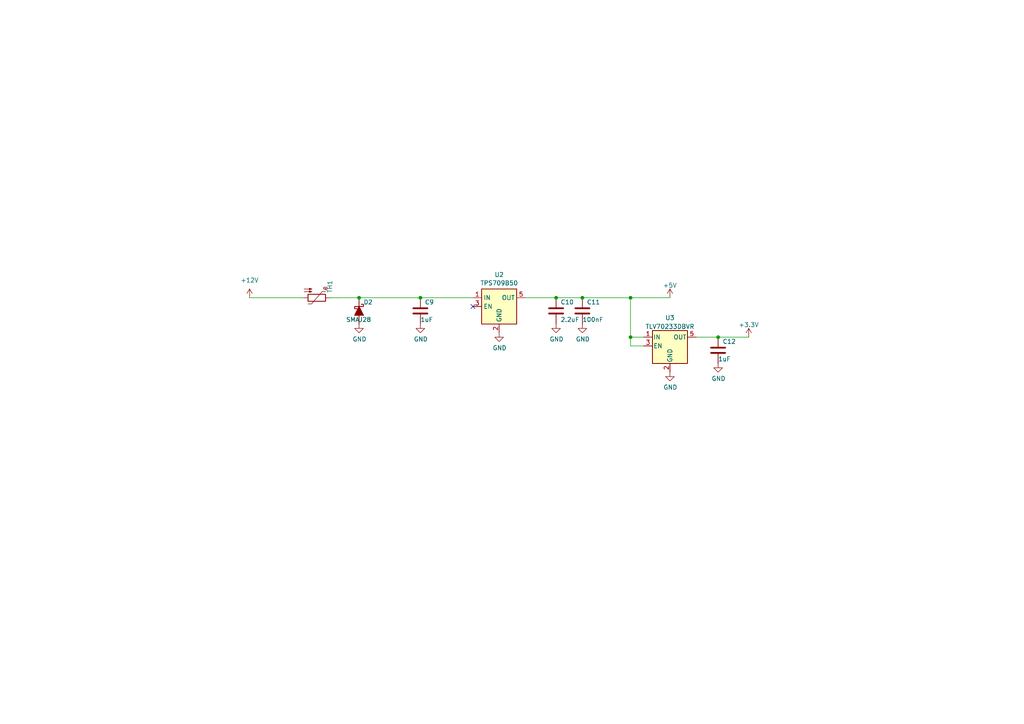
<source format=kicad_sch>
(kicad_sch (version 20231120) (generator "eeschema") (generator_version "8.0")
  (paper "A4")
  (lib_symbols
    (symbol "Device:C" (pin_numbers hide) (pin_names (offset 0.254))
      (property "Reference" "C" (at 0.635 2.54 0))
      (property "Value" "C" (at 0.635 -2.54 0))
      (symbol "C_0_1"
        (polyline (pts (xy -2.032 -0.762) (xy 2.032 -0.762)) (stroke (width 0.508)))
        (polyline (pts (xy -2.032 0.762) (xy 2.032 0.762)) (stroke (width 0.508)))
      )
      (symbol "C_1_1"
        (pin passive line (at 0 3.81 270) (length 2.794) (name "~") (number "1"))
        (pin passive line (at 0 -3.81 90) (length 2.794) (name "~") (number "2"))
      )
    )
    (symbol "Device:D_Schottky_ALT" (pin_numbers hide) (pin_names (offset 1.016) hide)
      (property "Reference" "D" (at 0 2.54 0))
      (property "Value" "Device_D_Schottky_ALT" (at 0 -2.54 0))
      (symbol "D_Schottky_ALT_0_1"
        (polyline (pts (xy 1.27 0) (xy -1.27 0)))
        (polyline (pts (xy 1.27 1.27) (xy 1.27 -1.27) (xy -1.27 0) (xy 1.27 1.27)) (stroke (width 0.254)) (fill (type outline)))
        (polyline (pts (xy -1.905 0.635) (xy -1.905 1.27) (xy -1.27 1.27) (xy -1.27 -1.27) (xy -0.635 -1.27) (xy -0.635 -0.635)) (stroke (width 0.254)))
      )
      (symbol "D_Schottky_ALT_1_1"
        (pin passive line (at -3.81 0 0) (length 2.54) (name "K") (number "1"))
        (pin passive line (at 3.81 0 180) (length 2.54) (name "A") (number "2"))
      )
    )
    (symbol "Device:Thermistor_PTC" (pin_numbers hide) (pin_names (offset 0))
      (property "Reference" "TH" (at -4.064 0 90))
      (property "Value" "Thermistor_PTC" (at 3.048 0 90))
      (symbol "Thermistor_PTC_0_1"
        (arc (start -3.048 2.159) (mid -3.0505 2.3165) (end -3.175 2.413))
        (arc (start -3.048 2.159) (mid -2.9736 1.9794) (end -2.794 1.905))
        (arc (start -3.048 2.794) (mid -2.9736 2.6144) (end -2.794 2.54))
        (arc (start -2.794 1.905) (mid -2.6144 1.9794) (end -2.54 2.159))
        (arc (start -2.794 2.54) (mid -2.434 2.5608) (end -2.159 2.794))
        (arc (start -2.794 3.048) (mid -2.9736 2.9736) (end -3.048 2.794))
        (arc (start -2.54 2.794) (mid -2.6144 2.9736) (end -2.794 3.048))
        (rectangle (start -1.016 2.54) (end 1.016 -2.54) (stroke (width 0.254)))
        (polyline (pts (xy -2.54 2.159) (xy -2.54 2.794)))
        (polyline (pts (xy -1.778 2.54) (xy -1.778 1.524) (xy 1.778 -1.524) (xy 1.778 -2.54)))
        (polyline (pts (xy -2.54 -3.683) (xy -2.54 -1.397) (xy -2.794 -2.159) (xy -2.286 -2.159) (xy -2.54 -1.397) (xy -2.54 -1.651)) (fill (type outline)))
        (polyline (pts (xy -1.778 -3.683) (xy -1.778 -1.397) (xy -2.032 -2.159) (xy -1.524 -2.159) (xy -1.778 -1.397) (xy -1.778 -1.651)) (fill (type outline)))
      )
      (symbol "Thermistor_PTC_1_1"
        (pin passive line (at 0 3.81 270) (length 1.27) (name "~") (number "1"))
        (pin passive line (at 0 -3.81 90) (length 1.27) (name "~") (number "2"))
      )
    )
    (symbol "Regulator_Linear:TLV70230_SOT23-5" (pin_names (offset 0.254))
      (property "Reference" "U" (at -3.81 5.715 0))
      (property "Value" "TLV70230_SOT23-5" (at 0 5.715 0))
      (symbol "TLV70230_SOT23-5_0_1"
        (rectangle (start -5.08 4.445) (end 5.08 -5.08) (stroke (width 0.254)) (fill (type background)))
      )
      (symbol "TLV70230_SOT23-5_1_1"
        (pin power_in line (at -7.62 2.54 0) (length 2.54) (name "IN") (number "1"))
        (pin power_in line (at 0 -7.62 90) (length 2.54) (name "GND") (number "2"))
        (pin input line (at -7.62 0 0) (length 2.54) (name "EN") (number "3"))
        (pin no_connect line (at 5.08 0 180) (length 2.54) hide (name "NC") (number "4"))
        (pin power_out line (at 7.62 2.54 180) (length 2.54) (name "OUT") (number "5"))
      )
    )
    (symbol "Regulator_Linear:TPS78236DDC"
      (property "Reference" "U" (at -3.81 6.35 0))
      (property "Value" "TPS78236DDC" (at 6.35 6.35 0))
      (symbol "TPS78236DDC_0_1"
        (rectangle (start -5.08 -5.08) (end 5.08 5.08) (stroke (width 0.254)) (fill (type background)))
        (pin power_in line (at -7.62 2.54 0) (length 2.54) (name "IN") (number "1"))
        (pin power_in line (at 0 -7.62 90) (length 2.54) (name "GND") (number "2"))
        (pin input line (at -7.62 0 0) (length 2.54) (name "EN") (number "3"))
        (pin power_out line (at 7.62 2.54 180) (length 2.54) (name "OUT") (number "5"))
      )
      (symbol "TPS78236DDC_1_1"
        (pin passive line (at 0 -7.62 90) (length 2.54) hide (name "GND") (number "4"))
      )
    )
    (symbol "power:+12V" (power) (pin_numbers hide) (pin_names (offset 0) hide)
      (property "Value" "+12V" (at 0 3.556 0))
      (symbol "+12V_0_1"
        (polyline (pts (xy -0.762 1.27) (xy 0 2.54)))
        (polyline (pts (xy 0 0) (xy 0 2.54)))
        (polyline (pts (xy 0 2.54) (xy 0.762 1.27)))
      )
      (symbol "+12V_1_1"
        (pin power_in line (at 0 0 90) (length 0) (name "~") (number "1"))
      )
    )
    (symbol "power:+3.3V" (power) (pin_names (offset 0))
      (property "Value" "+3.3V" (at 0 3.556 0))
      (symbol "+3.3V_0_1"
        (polyline (pts (xy -0.762 1.27) (xy 0 2.54)))
        (polyline (pts (xy 0 0) (xy 0 2.54)))
        (polyline (pts (xy 0 2.54) (xy 0.762 1.27)))
      )
      (symbol "+3.3V_1_1"
        (pin power_in line (at 0 0 90) (length 0) hide (name "+3.3V") (number "1"))
      )
    )
    (symbol "power:+5V" (power) (pin_names (offset 0))
      (property "Value" "+5V" (at 0 3.556 0))
      (symbol "+5V_0_1"
        (polyline (pts (xy -0.762 1.27) (xy 0 2.54)))
        (polyline (pts (xy 0 0) (xy 0 2.54)))
        (polyline (pts (xy 0 2.54) (xy 0.762 1.27)))
      )
      (symbol "+5V_1_1"
        (pin power_in line (at 0 0 90) (length 0) hide (name "+5V") (number "1"))
      )
    )
    (symbol "power:GND" (power) (pin_names (offset 0))
      (property "Value" "GND" (at 0 -3.81 0))
      (symbol "GND_0_1"
        (polyline (pts (xy 0 0) (xy 0 -1.27) (xy 1.27 -1.27) (xy 0 -2.54) (xy -1.27 -1.27) (xy 0 -1.27)))
      )
      (symbol "GND_1_1"
        (pin power_in line (at 0 0 270) (length 0) hide (name "GND") (number "1"))
      )
    )
  )
  (junction (at 208.28 97.79))
  (junction (at 182.88 97.79))
  (junction (at 104.14 86.36))
  (junction (at 182.88 86.36))
  (junction (at 168.91 86.36))
  (junction (at 121.92 86.36))
  (junction (at 161.29 86.36))
  (no_connect (at 137.16 88.9))
  (wire (pts (xy 182.88 100.33) (xy 182.88 97.79)))
  (wire (pts (xy 86.8032 86.3718) (xy 88.0732 86.3718)))
  (wire (pts (xy 186.69 100.33) (xy 182.88 100.33)))
  (wire (pts (xy 168.91 86.36) (xy 182.88 86.36)))
  (wire (pts (xy 86.8032 86.3718) (xy 86.8032 86.36)))
  (wire (pts (xy 208.28 97.79) (xy 217.17 97.79)))
  (wire (pts (xy 98.2332 86.3718) (xy 98.2332 86.36)))
  (wire (pts (xy 152.4 86.36) (xy 161.29 86.36)))
  (wire (pts (xy 161.29 86.36) (xy 168.91 86.36)))
  (wire (pts (xy 182.88 86.36) (xy 194.31 86.36)))
  (wire (pts (xy 104.14 86.36) (xy 121.92 86.36)))
  (wire (pts (xy 182.88 97.79) (xy 182.88 86.36)))
  (wire (pts (xy 95.6932 86.3718) (xy 98.2332 86.3718)))
  (wire (pts (xy 121.92 86.36) (xy 137.16 86.36)))
  (wire (pts (xy 186.69 97.79) (xy 182.88 97.79)))
  (wire (pts (xy 72.39 86.36) (xy 86.8032 86.36)))
  (wire (pts (xy 201.93 97.79) (xy 208.28 97.79)))
  (wire (pts (xy 98.2332 86.36) (xy 104.14 86.36)))
  (symbol (lib_id "power:GND") (at 161.29 93.98 0) (unit 1)
    (property "Reference" "#PWR025" (effects (hide yes)))
    (property "Value" "GND" (at 161.417 98.3742 0))
  )
  (symbol (lib_id "Regulator_Linear:TLV70230_SOT23-5") (at 194.31 100.33 0) (unit 1)
    (property "Reference" "U3" (at 194.31 92.1852 0))
    (property "Value" "TLV70233DBVR" (at 194.31 94.7221 0))
    (property "Footprint" "Package_TO_SOT_SMD:SOT-23-5" (effects (hide yes)))
    (property "Datasheet" "http://www.ti.com/lit/ds/symlink/tlv702.pdf" (effects (hide yes)))
  )
  (symbol (lib_id "power:GND") (at 168.91 93.98 0) (unit 1)
    (property "Reference" "#PWR027" (effects (hide yes)))
    (property "Value" "GND" (at 169.037 98.3742 0))
  )
  (symbol (lib_id "power:GND") (at 194.31 107.95 0) (unit 1)
    (property "Reference" "#PWR029" (effects (hide yes)))
    (property "Value" "GND" (at 194.437 112.3442 0))
  )
  (symbol (lib_id "Device:D_Schottky_ALT") (at 104.14 90.17 270) (unit 1)
    (property "Reference" "D2" (at 105.41 87.63 90) (effects (justify left)))
    (property "Value" "SMAJ28" (at 100.33 92.71 90) (effects (justify left)))
    (property "Footprint" "Diode_SMD:D_SMA" (effects (hide yes)))
  )
  (symbol (lib_id "Device:C") (at 208.28 101.6 0) (unit 1)
    (property "Reference" "C12" (at 209.55 99.06 0) (effects (justify left)))
    (property "Value" "1uF" (at 208.28 104.14 0) (effects (justify left)))
    (property "Footprint" "Capacitor_SMD:C_0805_2012Metric" (effects (hide yes)))
  )
  (symbol (lib_id "power:GND") (at 208.28 105.41 0) (unit 1)
    (property "Reference" "#PWR030" (effects (hide yes)))
    (property "Value" "GND" (at 208.407 109.8042 0))
  )
  (symbol (lib_id "Regulator_Linear:TPS78236DDC") (at 144.78 88.9 0) (unit 1)
    (property "Reference" "U2" (at 144.78 79.6755 0))
    (property "Value" "TPS709B50" (at 144.78 82.0998 0))
    (property "Footprint" "Package_TO_SOT_SMD:SOT-23-5" (effects (hide yes)))
    (property "Datasheet" "http://www.ti.com/lit/gpn/tps782" (effects (hide yes)))
    (property "Description" "150-mA, 500nA Ultra-Low-IQ LDO, 3.6V, SOT-23-5" (effects (hide yes)))
  )
  (symbol (lib_id "power:+5V") (at 194.31 86.36 0) (unit 1)
    (property "Reference" "#PWR028" (effects (hide yes)))
    (property "Value" "+5V" (at 194.31 82.7842 0))
  )
  (symbol (lib_id "power:+3.3V") (at 217.17 97.79 0) (unit 1)
    (property "Reference" "#PWR031" (effects (hide yes)))
    (property "Value" "+3.3V" (at 217.17 94.2142 0))
  )
  (symbol (lib_id "power:+12V") (at 72.39 86.36 0) (unit 1)
    (property "Reference" "#PWR033" (effects (hide yes)))
    (property "Value" "+12V" (at 72.39 81.28 0))
    (property "Description" "Power symbol creates a global label with name \"+12V\"" (effects (hide yes)))
  )
  (symbol (lib_id "Device:Thermistor_PTC") (at 91.8832 86.3718 270) (unit 1)
    (property "Reference" "TH1" (at 95.6932 81.2918 0) (effects (justify left)))
    (property "Value" "MF-MSMF050-2" (effects (hide yes)))
    (property "Footprint" "Fuse:Fuse_1812_4532Metric_Pad1.30x3.40mm_HandSolder" (effects (hide yes)))
  )
  (symbol (lib_id "Device:C") (at 161.29 90.17 0) (unit 1)
    (property "Reference" "C10" (at 162.56 87.63 0) (effects (justify left)))
    (property "Value" "2.2uF" (at 162.56 92.71 0) (effects (justify left)))
    (property "Footprint" "Capacitor_SMD:C_1210_3225Metric" (effects (hide yes)))
  )
  (symbol (lib_id "Device:C") (at 121.92 90.17 0) (unit 1)
    (property "Reference" "C9" (at 123.19 87.63 0) (effects (justify left)))
    (property "Value" "1uF" (at 121.92 92.71 0) (effects (justify left)))
    (property "Footprint" "Capacitor_SMD:C_0805_2012Metric" (effects (hide yes)))
  )
  (symbol (lib_id "power:GND") (at 144.78 96.52 0) (unit 1)
    (property "Reference" "#PWR06" (effects (hide yes)))
    (property "Value" "GND" (at 144.907 100.9142 0))
  )
  (symbol (lib_id "power:GND") (at 104.14 93.98 0) (unit 1)
    (property "Reference" "#PWR020" (effects (hide yes)))
    (property "Value" "GND" (at 104.267 98.3742 0))
  )
  (symbol (lib_id "power:GND") (at 121.92 93.98 0) (unit 1)
    (property "Reference" "#PWR022" (effects (hide yes)))
    (property "Value" "GND" (at 122.047 98.3742 0))
  )
  (symbol (lib_id "Device:C") (at 168.91 90.17 0) (unit 1)
    (property "Reference" "C11" (at 170.18 87.63 0) (effects (justify left)))
    (property "Value" "100nF" (at 168.91 92.71 0) (effects (justify left)))
    (property "Footprint" "Capacitor_SMD:C_0805_2012Metric" (effects (hide yes)))
  )
)
</source>
